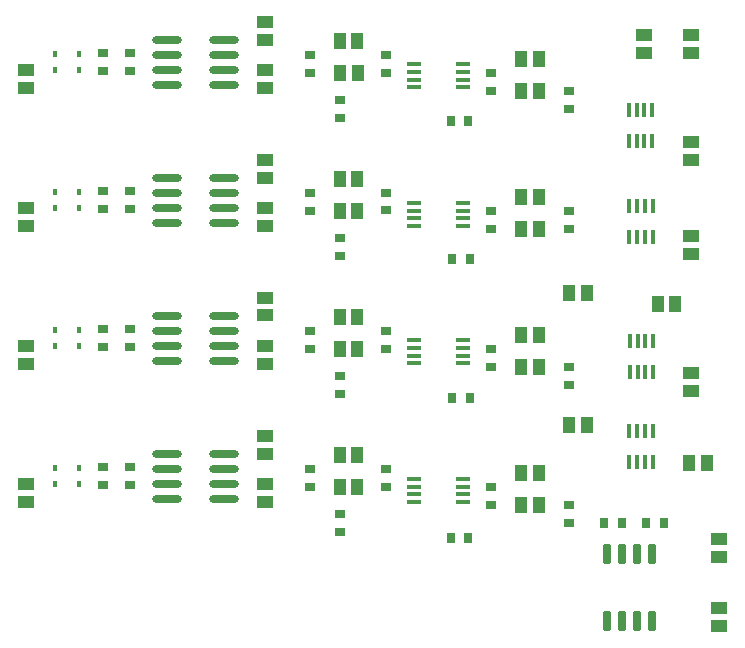
<source format=gbr>
%TF.GenerationSoftware,Altium Limited,Altium Designer,23.2.1 (34)*%
G04 Layer_Color=8421504*
%FSLAX45Y45*%
%MOMM*%
%TF.SameCoordinates,D2495298-5ADA-4058-9D5E-391355C30085*%
%TF.FilePolarity,Positive*%
%TF.FileFunction,Paste,Top*%
%TF.Part,Single*%
G01*
G75*
%TA.AperFunction,SMDPad,CuDef*%
%ADD10R,1.10000X1.40000*%
%ADD11R,1.40000X1.10000*%
%ADD12R,0.40000X1.22000*%
%ADD13R,1.25650X0.41798*%
G04:AMPARAMS|DCode=14|XSize=1.2565mm|YSize=0.41798mm|CornerRadius=0.20899mm|HoleSize=0mm|Usage=FLASHONLY|Rotation=0.000|XOffset=0mm|YOffset=0mm|HoleType=Round|Shape=RoundedRectangle|*
%AMROUNDEDRECTD14*
21,1,1.25650,0.00000,0,0,0.0*
21,1,0.83852,0.41798,0,0,0.0*
1,1,0.41798,0.41926,0.00000*
1,1,0.41798,-0.41926,0.00000*
1,1,0.41798,-0.41926,0.00000*
1,1,0.41798,0.41926,0.00000*
%
%ADD14ROUNDEDRECTD14*%
%ADD15R,0.90000X0.70000*%
%ADD16R,0.40000X0.48000*%
%ADD17O,2.50000X0.70000*%
%ADD18R,0.70000X0.90000*%
G04:AMPARAMS|DCode=19|XSize=0.65mm|YSize=1.65mm|CornerRadius=0.04875mm|HoleSize=0mm|Usage=FLASHONLY|Rotation=0.000|XOffset=0mm|YOffset=0mm|HoleType=Round|Shape=RoundedRectangle|*
%AMROUNDEDRECTD19*
21,1,0.65000,1.55250,0,0,0.0*
21,1,0.55250,1.65000,0,0,0.0*
1,1,0.09750,0.27625,-0.77625*
1,1,0.09750,-0.27625,-0.77625*
1,1,0.09750,-0.27625,0.77625*
1,1,0.09750,0.27625,0.77625*
%
%ADD19ROUNDEDRECTD19*%
D10*
X9372600Y9779000D02*
D03*
X9522600D02*
D03*
X10539800Y8343900D02*
D03*
X10389800D02*
D03*
X10273100Y9690100D02*
D03*
X10123100D02*
D03*
X9116200Y10325100D02*
D03*
X8966200D02*
D03*
X9117400Y10591800D02*
D03*
X8967400D02*
D03*
X7430700Y10477500D02*
D03*
X7580700D02*
D03*
X7430700Y10744200D02*
D03*
X7580700D02*
D03*
X9117400Y8255000D02*
D03*
X8967400D02*
D03*
X7430700Y8140700D02*
D03*
X7580700D02*
D03*
Y8407400D02*
D03*
X7430700D02*
D03*
X7580700Y9575800D02*
D03*
X7430700D02*
D03*
X7580700Y9309100D02*
D03*
X7430700D02*
D03*
X7581900Y11645900D02*
D03*
X7431900D02*
D03*
X7580700Y11912600D02*
D03*
X7430700D02*
D03*
X8966200Y11760200D02*
D03*
X9116200D02*
D03*
X8966200Y11493500D02*
D03*
X9116200D02*
D03*
X8967400Y7988300D02*
D03*
X9117400D02*
D03*
X8967400Y9423400D02*
D03*
X9117400D02*
D03*
X8967400Y9156700D02*
D03*
X9117400D02*
D03*
X9525000Y8661400D02*
D03*
X9375000D02*
D03*
D11*
X10642600Y6960800D02*
D03*
Y7110800D02*
D03*
X10642600Y7695000D02*
D03*
Y7545000D02*
D03*
X10401300Y8954700D02*
D03*
Y9104700D02*
D03*
X10007600Y11962200D02*
D03*
Y11812200D02*
D03*
X10401300Y10110400D02*
D03*
Y10260400D02*
D03*
Y11060500D02*
D03*
Y10910500D02*
D03*
X10401300Y11962200D02*
D03*
Y11812200D02*
D03*
X4775200Y10351700D02*
D03*
Y10501700D02*
D03*
X6794500Y10758100D02*
D03*
Y10908100D02*
D03*
Y10351700D02*
D03*
Y10501700D02*
D03*
X6794500Y8013700D02*
D03*
Y8163700D02*
D03*
X6794500Y8571300D02*
D03*
Y8421300D02*
D03*
Y9333300D02*
D03*
Y9183300D02*
D03*
X6794500Y9740900D02*
D03*
Y9590900D02*
D03*
X4775200Y8163700D02*
D03*
Y8013700D02*
D03*
X6794500Y12076500D02*
D03*
Y11926500D02*
D03*
Y11670100D02*
D03*
Y11520100D02*
D03*
X4775200Y9333300D02*
D03*
Y9183300D02*
D03*
Y11670100D02*
D03*
Y11520100D02*
D03*
D12*
X10079700Y10519600D02*
D03*
X10014700D02*
D03*
X9949700D02*
D03*
X9884700D02*
D03*
Y10257600D02*
D03*
X9949700D02*
D03*
X10014700D02*
D03*
X10079700D02*
D03*
Y8614600D02*
D03*
X10014700D02*
D03*
X9949700D02*
D03*
X9884700D02*
D03*
Y8352600D02*
D03*
X9949700D02*
D03*
X10014700D02*
D03*
X10079700D02*
D03*
X10075600Y11328400D02*
D03*
X10010600D02*
D03*
X9945600D02*
D03*
X9880600D02*
D03*
Y11066400D02*
D03*
X9945600D02*
D03*
X10010600D02*
D03*
X10075600D02*
D03*
X10083800Y9372600D02*
D03*
X10018800D02*
D03*
X9953800D02*
D03*
X9888800D02*
D03*
Y9110600D02*
D03*
X9953800D02*
D03*
X10018800D02*
D03*
X10083800D02*
D03*
D13*
X8060729Y10542500D02*
D03*
X8062614Y11718000D02*
D03*
Y9381200D02*
D03*
X8060729Y8205700D02*
D03*
D14*
Y10477500D02*
D03*
Y10412500D02*
D03*
Y10347500D02*
D03*
X8470900D02*
D03*
Y10412500D02*
D03*
Y10477500D02*
D03*
Y10542500D02*
D03*
X8472786Y11718000D02*
D03*
Y11653000D02*
D03*
Y11588000D02*
D03*
Y11523000D02*
D03*
X8062614D02*
D03*
Y11588000D02*
D03*
Y11653000D02*
D03*
X8472786Y9381200D02*
D03*
Y9316200D02*
D03*
Y9251200D02*
D03*
Y9186200D02*
D03*
X8062614D02*
D03*
Y9251200D02*
D03*
Y9316200D02*
D03*
X8470900Y8205700D02*
D03*
Y8140700D02*
D03*
Y8075700D02*
D03*
Y8010700D02*
D03*
X8060729D02*
D03*
Y8075700D02*
D03*
Y8140700D02*
D03*
D15*
X8712200Y10476300D02*
D03*
Y10326300D02*
D03*
X5422900Y10641400D02*
D03*
Y10491400D02*
D03*
X7175500Y10478700D02*
D03*
Y10628700D02*
D03*
X7429500Y10097700D02*
D03*
Y10247700D02*
D03*
X7823200Y10629900D02*
D03*
Y10479900D02*
D03*
X5651500Y10641400D02*
D03*
Y10491400D02*
D03*
X9372600Y10476300D02*
D03*
Y10326300D02*
D03*
X9372600Y7837100D02*
D03*
Y7987100D02*
D03*
Y9005500D02*
D03*
Y9155500D02*
D03*
X9372600Y11341100D02*
D03*
Y11491100D02*
D03*
X7429500Y8929300D02*
D03*
Y9079300D02*
D03*
Y7760900D02*
D03*
Y7910900D02*
D03*
X7175500Y8291900D02*
D03*
Y8141900D02*
D03*
X7823200Y8141900D02*
D03*
Y8291900D02*
D03*
X7175500Y9460300D02*
D03*
Y9310300D02*
D03*
X7823200Y9310300D02*
D03*
Y9460300D02*
D03*
X8712200Y11494700D02*
D03*
Y11644700D02*
D03*
X7823200Y11645900D02*
D03*
Y11795900D02*
D03*
X7429500Y11416100D02*
D03*
Y11266100D02*
D03*
X7175500Y11797100D02*
D03*
Y11647100D02*
D03*
X8712200Y7989500D02*
D03*
Y8139500D02*
D03*
Y9157900D02*
D03*
Y9307900D02*
D03*
X5422900Y8154600D02*
D03*
Y8304600D02*
D03*
X5651500Y8154600D02*
D03*
Y8304600D02*
D03*
X5422900Y9323000D02*
D03*
Y9473000D02*
D03*
Y11659800D02*
D03*
Y11809800D02*
D03*
X5651500Y11659800D02*
D03*
Y11809800D02*
D03*
Y9323000D02*
D03*
Y9473000D02*
D03*
D16*
X5016500Y10632400D02*
D03*
Y10500400D02*
D03*
X5219700D02*
D03*
Y10632400D02*
D03*
Y8295600D02*
D03*
Y8163600D02*
D03*
X5016500D02*
D03*
Y8295600D02*
D03*
Y9332000D02*
D03*
Y9464000D02*
D03*
X5219700Y9466500D02*
D03*
Y9334500D02*
D03*
Y11800800D02*
D03*
Y11668800D02*
D03*
X5016500D02*
D03*
Y11800800D02*
D03*
D17*
X6455300Y10375900D02*
D03*
Y10502900D02*
D03*
Y10629900D02*
D03*
Y10756900D02*
D03*
X5965300Y10375900D02*
D03*
Y10502900D02*
D03*
Y10629900D02*
D03*
Y10756900D02*
D03*
Y8420100D02*
D03*
Y8293100D02*
D03*
Y8166100D02*
D03*
Y8039100D02*
D03*
X6455300Y8420100D02*
D03*
Y8293100D02*
D03*
Y8166100D02*
D03*
Y8039100D02*
D03*
X5965300Y11925300D02*
D03*
Y11798300D02*
D03*
Y11671300D02*
D03*
Y11544300D02*
D03*
X6455300Y11925300D02*
D03*
Y11798300D02*
D03*
Y11671300D02*
D03*
Y11544300D02*
D03*
X5965300Y9588500D02*
D03*
Y9461500D02*
D03*
Y9334500D02*
D03*
Y9207500D02*
D03*
X6455300Y9588500D02*
D03*
Y9461500D02*
D03*
Y9334500D02*
D03*
Y9207500D02*
D03*
D18*
X8532000Y10071100D02*
D03*
X8382000D02*
D03*
X8520500Y7708900D02*
D03*
X8370500D02*
D03*
X8533200Y8890000D02*
D03*
X8383200D02*
D03*
X8520500Y11239500D02*
D03*
X8370500D02*
D03*
X10022700Y7835900D02*
D03*
X10172700D02*
D03*
X9667100D02*
D03*
X9817100D02*
D03*
D19*
X10071100Y7572300D02*
D03*
X9944100D02*
D03*
X9817100D02*
D03*
X9690100D02*
D03*
X10071100Y7007300D02*
D03*
X9944100D02*
D03*
X9817100D02*
D03*
X9690100D02*
D03*
%TF.MD5,afdfdc2a89fc323e59cdb549622c208e*%
M02*

</source>
